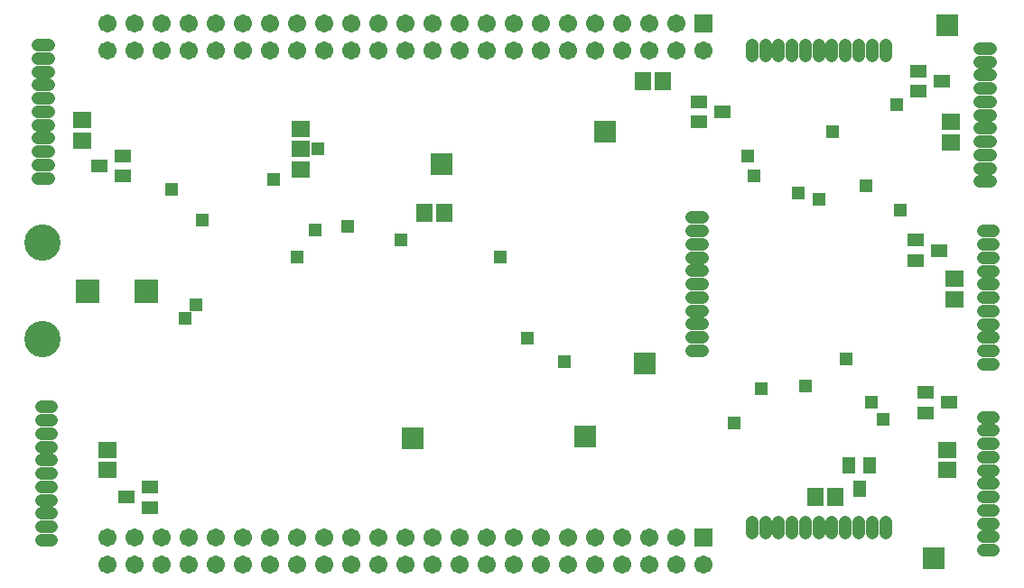
<source format=gts>
G75*
%MOIN*%
%OFA0B0*%
%FSLAX24Y24*%
%IPPOS*%
%LPD*%
%AMOC8*
5,1,8,0,0,1.08239X$1,22.5*
%
%ADD10R,0.0907X0.0907*%
%ADD11C,0.1340*%
%ADD12C,0.0477*%
%ADD13R,0.0674X0.0674*%
%ADD14C,0.0674*%
%ADD15R,0.0631X0.0474*%
%ADD16R,0.0474X0.0631*%
%ADD17R,0.0671X0.0592*%
%ADD18R,0.0592X0.0671*%
%ADD19R,0.0848X0.0848*%
%ADD20R,0.0476X0.0476*%
D10*
X005583Y011680D03*
X007748Y011680D03*
D11*
X003930Y009908D03*
X003930Y013452D03*
D12*
X003877Y002469D02*
X004274Y002469D01*
X004274Y002961D02*
X003877Y002961D01*
X003877Y003454D02*
X004274Y003454D01*
X004274Y003946D02*
X003877Y003946D01*
X003877Y004438D02*
X004274Y004438D01*
X004274Y004930D02*
X003877Y004930D01*
X003877Y005422D02*
X004274Y005422D01*
X004274Y005914D02*
X003877Y005914D01*
X003877Y006406D02*
X004274Y006406D01*
X004274Y006899D02*
X003877Y006899D01*
X003877Y007391D02*
X004274Y007391D01*
X004149Y015844D02*
X003752Y015844D01*
X003752Y016336D02*
X004149Y016336D01*
X004149Y016829D02*
X003752Y016829D01*
X003752Y017321D02*
X004149Y017321D01*
X004149Y017813D02*
X003752Y017813D01*
X003752Y018305D02*
X004149Y018305D01*
X004149Y018797D02*
X003752Y018797D01*
X003752Y019289D02*
X004149Y019289D01*
X004149Y019781D02*
X003752Y019781D01*
X003752Y020274D02*
X004149Y020274D01*
X004149Y020766D02*
X003752Y020766D01*
X027893Y014391D02*
X028289Y014391D01*
X028289Y013899D02*
X027893Y013899D01*
X027893Y013406D02*
X028289Y013406D01*
X028289Y012914D02*
X027893Y012914D01*
X027893Y012422D02*
X028289Y012422D01*
X028289Y011930D02*
X027893Y011930D01*
X027893Y011438D02*
X028289Y011438D01*
X028289Y010946D02*
X027893Y010946D01*
X027893Y010454D02*
X028289Y010454D01*
X028289Y009961D02*
X027893Y009961D01*
X027893Y009469D02*
X028289Y009469D01*
X038643Y009461D02*
X039039Y009461D01*
X039039Y009954D02*
X038643Y009954D01*
X038643Y010446D02*
X039039Y010446D01*
X039039Y010938D02*
X038643Y010938D01*
X038643Y011430D02*
X039039Y011430D01*
X039039Y011922D02*
X038643Y011922D01*
X038643Y012414D02*
X039039Y012414D01*
X039039Y012906D02*
X038643Y012906D01*
X038643Y013399D02*
X039039Y013399D01*
X039039Y013891D02*
X038643Y013891D01*
X038518Y015719D02*
X038914Y015719D01*
X038914Y016211D02*
X038518Y016211D01*
X038518Y016704D02*
X038914Y016704D01*
X038914Y017196D02*
X038518Y017196D01*
X038518Y017688D02*
X038914Y017688D01*
X038914Y018180D02*
X038518Y018180D01*
X038518Y018672D02*
X038914Y018672D01*
X038914Y019164D02*
X038518Y019164D01*
X038518Y019656D02*
X038914Y019656D01*
X038914Y020149D02*
X038518Y020149D01*
X038518Y020641D02*
X038914Y020641D01*
X035044Y020761D02*
X035044Y020364D01*
X034552Y020364D02*
X034552Y020761D01*
X034059Y020761D02*
X034059Y020364D01*
X033567Y020364D02*
X033567Y020761D01*
X033075Y020761D02*
X033075Y020364D01*
X032583Y020364D02*
X032583Y020761D01*
X032091Y020761D02*
X032091Y020364D01*
X031599Y020364D02*
X031599Y020761D01*
X031107Y020761D02*
X031107Y020364D01*
X030615Y020364D02*
X030615Y020761D01*
X030122Y020761D02*
X030122Y020364D01*
X038643Y008969D02*
X039039Y008969D01*
X039039Y007016D02*
X038643Y007016D01*
X038643Y006524D02*
X039039Y006524D01*
X039039Y006031D02*
X038643Y006031D01*
X038643Y005539D02*
X039039Y005539D01*
X039039Y005047D02*
X038643Y005047D01*
X038643Y004555D02*
X039039Y004555D01*
X039039Y004063D02*
X038643Y004063D01*
X038643Y003571D02*
X039039Y003571D01*
X039039Y003079D02*
X038643Y003079D01*
X038643Y002586D02*
X039039Y002586D01*
X039039Y002094D02*
X038643Y002094D01*
X035044Y002724D02*
X035044Y003121D01*
X034552Y003121D02*
X034552Y002724D01*
X034059Y002724D02*
X034059Y003121D01*
X033567Y003121D02*
X033567Y002724D01*
X033075Y002724D02*
X033075Y003121D01*
X032583Y003121D02*
X032583Y002724D01*
X032091Y002724D02*
X032091Y003121D01*
X031599Y003121D02*
X031599Y002724D01*
X031107Y002724D02*
X031107Y003121D01*
X030615Y003121D02*
X030615Y002724D01*
X030122Y002724D02*
X030122Y003121D01*
D13*
X028333Y002555D03*
X028333Y021555D03*
D14*
X027333Y021555D03*
X026333Y021555D03*
X025333Y021555D03*
X024333Y021555D03*
X023333Y021555D03*
X022333Y021555D03*
X021333Y021555D03*
X020333Y021555D03*
X019333Y021555D03*
X018333Y021555D03*
X017333Y021555D03*
X016333Y021555D03*
X015333Y021555D03*
X014333Y021555D03*
X013333Y021555D03*
X012333Y021555D03*
X011333Y021555D03*
X010333Y021555D03*
X009333Y021555D03*
X008333Y021555D03*
X007333Y021555D03*
X006333Y021555D03*
X006333Y020555D03*
X007333Y020555D03*
X008333Y020555D03*
X009333Y020555D03*
X010333Y020555D03*
X011333Y020555D03*
X012333Y020555D03*
X013333Y020555D03*
X014333Y020555D03*
X015333Y020555D03*
X016333Y020555D03*
X017333Y020555D03*
X018333Y020555D03*
X019333Y020555D03*
X020333Y020555D03*
X021333Y020555D03*
X022333Y020555D03*
X023333Y020555D03*
X024333Y020555D03*
X025333Y020555D03*
X026333Y020555D03*
X027333Y020555D03*
X028333Y020555D03*
X027333Y002555D03*
X026333Y002555D03*
X025333Y002555D03*
X024333Y002555D03*
X023333Y002555D03*
X022333Y002555D03*
X021333Y002555D03*
X020333Y002555D03*
X019333Y002555D03*
X018333Y002555D03*
X017333Y002555D03*
X016333Y002555D03*
X015333Y002555D03*
X014333Y002555D03*
X013333Y002555D03*
X012333Y002555D03*
X011333Y002555D03*
X010333Y002555D03*
X009333Y002555D03*
X008333Y002555D03*
X007333Y002555D03*
X006333Y002555D03*
X006333Y001555D03*
X007333Y001555D03*
X008333Y001555D03*
X009333Y001555D03*
X010333Y001555D03*
X011333Y001555D03*
X012333Y001555D03*
X013333Y001555D03*
X014333Y001555D03*
X015333Y001555D03*
X016333Y001555D03*
X017333Y001555D03*
X018333Y001555D03*
X019333Y001555D03*
X020333Y001555D03*
X021333Y001555D03*
X022333Y001555D03*
X023333Y001555D03*
X024333Y001555D03*
X025333Y001555D03*
X026333Y001555D03*
X027333Y001555D03*
X028333Y001555D03*
D15*
X036525Y007181D03*
X037391Y007555D03*
X036525Y007929D03*
X036150Y012806D03*
X037016Y013180D03*
X036150Y013554D03*
X029016Y018305D03*
X028150Y017931D03*
X028150Y018679D03*
X036275Y019056D03*
X037141Y019430D03*
X036275Y019804D03*
X007891Y004429D03*
X007025Y004055D03*
X007891Y003681D03*
X006891Y015931D03*
X006025Y016305D03*
X006891Y016679D03*
D16*
X033709Y005238D03*
X034457Y005238D03*
X034083Y004372D03*
D17*
X037333Y005056D03*
X037333Y005804D03*
X037583Y011368D03*
X037583Y012117D03*
X037458Y017181D03*
X037458Y017929D03*
X013458Y017679D03*
X013458Y016931D03*
X013458Y016929D03*
X013458Y016181D03*
X005396Y017243D03*
X005396Y017992D03*
X006333Y005804D03*
X006333Y005056D03*
D18*
X018022Y014555D03*
X018770Y014555D03*
X026084Y019430D03*
X026832Y019430D03*
X032459Y004055D03*
X033207Y004055D03*
D19*
X036833Y001805D03*
X026146Y008993D03*
X023958Y006305D03*
X017583Y006243D03*
X018646Y016368D03*
X024708Y017555D03*
X037333Y021493D03*
D20*
X035458Y018555D03*
X033083Y017555D03*
X029958Y016680D03*
X030208Y015930D03*
X031833Y015305D03*
X032583Y015055D03*
X034333Y015555D03*
X035583Y014680D03*
X033583Y009180D03*
X032083Y008180D03*
X030458Y008055D03*
X029458Y006805D03*
X034521Y007555D03*
X034958Y006930D03*
X023208Y009055D03*
X021833Y009930D03*
X020833Y012930D03*
X017146Y013555D03*
X015208Y014055D03*
X013977Y013930D03*
X013333Y012930D03*
X009833Y014305D03*
X008708Y015430D03*
X012458Y015805D03*
X014083Y016930D03*
X009583Y011180D03*
X009208Y010680D03*
M02*

</source>
